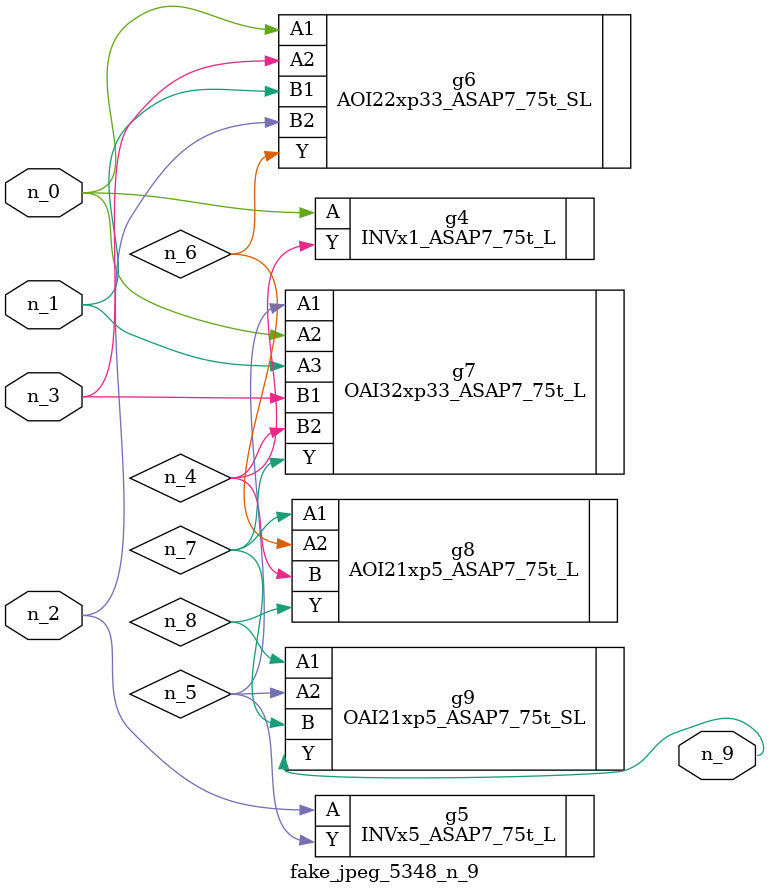
<source format=v>
module fake_jpeg_5348_n_9 (n_0, n_3, n_2, n_1, n_9);

input n_0;
input n_3;
input n_2;
input n_1;

output n_9;

wire n_4;
wire n_8;
wire n_6;
wire n_5;
wire n_7;

INVx1_ASAP7_75t_L g4 ( 
.A(n_0),
.Y(n_4)
);

INVx5_ASAP7_75t_L g5 ( 
.A(n_2),
.Y(n_5)
);

AOI22xp33_ASAP7_75t_SL g6 ( 
.A1(n_0),
.A2(n_3),
.B1(n_1),
.B2(n_2),
.Y(n_6)
);

OAI32xp33_ASAP7_75t_L g7 ( 
.A1(n_5),
.A2(n_0),
.A3(n_1),
.B1(n_3),
.B2(n_4),
.Y(n_7)
);

AOI21xp5_ASAP7_75t_L g8 ( 
.A1(n_7),
.A2(n_6),
.B(n_4),
.Y(n_8)
);

OAI21xp5_ASAP7_75t_SL g9 ( 
.A1(n_8),
.A2(n_5),
.B(n_7),
.Y(n_9)
);


endmodule
</source>
